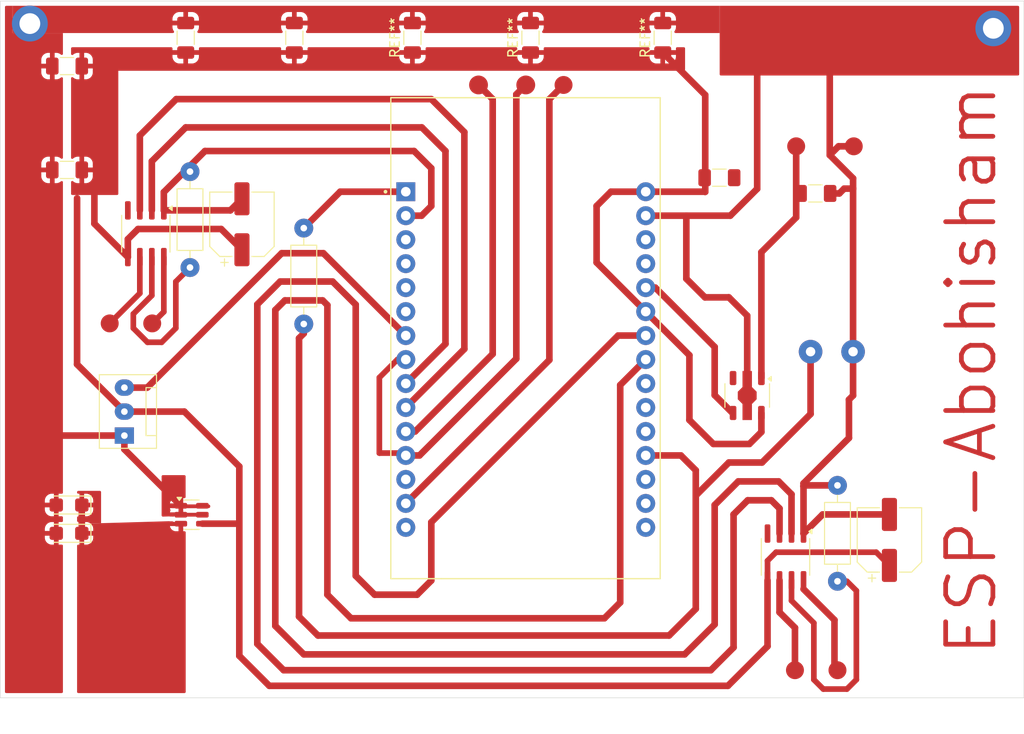
<source format=kicad_pcb>
(kicad_pcb (version 20241229) (generator "pcbnew") (generator_version "9.0")
  (layers (0 "F.Cu" signal) (2 "B.Cu" signal) (13 "F.Paste" user) (15 "B.Paste" user) (5 "F.SilkS" user "F.Silkscreen") (7 "B.SilkS" user "B.Silkscreen") (1 "F.Mask" user) (3 "B.Mask" user) (25 "Edge.Cuts" user))
  (net 0 "")
  (net 1 "+5V")
  (net 2 "Net-(U1-3V3)")
  (net 3 "Net-(U1-D34)")
  (net 4 "GND")
  (net 6 "unconnected-(U1-D18-Pad9)")
  (net 7 "unconnected-(U1-D15-Pad3)")
  (net 8 "unconnected-(U1-D22-Pad14)")
  (net 9 "unconnected-(U1-D19-Pad10)")
  (net 12 "unconnected-(U1-D21-Pad11)")
  (net 13 "unconnected-(U1-D25-Pad23)")
  (net 16 "unconnected-(U1-D5-Pad8)")
  (net 21 "unconnected-(U1-D26-Pad24)")
  (net 25 "unconnected-(U1-D14-Pad26)")
  (net 26 "unconnected-(U1-TX2-Pad7)")
  (net 27 "g")
  (footprint "Resistor_THT:R_Axial_DIN0207_L6.3mm_D2.5mm_P10.16mm_Horizontal" (layer "F.Cu") (at 139.5 104.08 90)
    (property "Reference" "REF**" (hide yes))
    (property "Value" "R_Axial_DIN0207_L6.3mm_D2.5mm_P10.16mm_Horizontal" (hide yes))
    (fp_line (start 9.12 0) (end 8.35 0) (stroke (width 0.12)) (layer "F.SilkS"))
    (fp_line (start 1.04 0) (end 1.81 0) (stroke (width 0.12)) (layer "F.SilkS"))
    (fp_rect (start 1.81 -1.37) (end 8.35 1.37) (stroke (width 0.12)) (fill no) (layer "F.SilkS"))
    (pad "1" thru_hole circle (at 0 0 90) (size 2 2) (drill 0.7) (layers "*.Cu" "*.Mask"))
    (pad "2" thru_hole circle (at 10.16 0 90) (size 2 2) (drill 0.7) (layers "*.Cu" "*.Mask") (net 4 "GND"))
  )
  (footprint "Capacitor_SMD:C_1206_3216Metric_Pad1.33x1.80mm_HandSolder" (layer "F.Cu") (at 57.9375 49.5 180)
    (property "Reference" "REF**" (hide yes))
    (property "Value" "C_1206_3216Metric_Pad1.33x1.80mm_HandSolder" (hide yes))
    (fp_line (start -0.711252 0.91) (end 0.711252 0.91) (stroke (width 0.12)) (layer "F.SilkS"))
    (fp_line (start -0.711252 -0.91) (end 0.711252 -0.91) (stroke (width 0.12)) (layer "F.SilkS"))
    (pad "1" smd roundrect (at -1.5625 0 180) (size 1.325 1.8) (layers "F.Cu" "F.Mask" "F.Paste") (roundrect_rratio 0.188679) (net 27 "g"))
    (pad "2" smd roundrect (at 1.5625 0 180) (size 1.325 1.8) (layers "F.Cu" "F.Mask" "F.Paste") (roundrect_rratio 0.188679) (net 4 "GND"))
  )
  (footprint "Package_SO:SOIC-8_3.9x4.9mm_P1.27mm" (layer "F.Cu") (at 66.279 67.261 -90)
    (property "Reference" "REF**" (hide yes))
    (property "Value" "SOIC-8_3.9x4.9mm_P1.27mm" (hide yes))
    (fp_line (start 0 2.56) (end -1.95 2.56) (stroke (width 0.12)) (layer "F.SilkS"))
    (fp_line (start 0 2.56) (end 1.95 2.56) (stroke (width 0.12)) (layer "F.SilkS"))
    (fp_line (start 0 -2.56) (end -1.95 -2.56) (stroke (width 0.12)) (layer "F.SilkS"))
    (fp_line (start 0 -2.56) (end 1.95 -2.56) (stroke (width 0.12)) (layer "F.SilkS"))
    (fp_poly (pts (xy -2.7 -2.465) (xy -2.94 -2.795) (xy -2.46 -2.795)) (stroke (width 0.12)) (fill yes) (layer "F.SilkS"))
    (pad "1" smd roundrect (at -2.475 -1.905 270) (size 1.95 0.6) (layers "F.Cu" "F.Mask" "F.Paste") (net 4 "GND"))
    (pad "2" smd roundrect (at -2.475 -0.635 270) (size 1.95 0.6) (layers "F.Cu" "F.Mask" "F.Paste") (net 6 "unconnected-(U1-D18-Pad9)"))
    (pad "3" smd roundrect (at -2.475 0.635 270) (size 1.95 0.6) (layers "F.Cu" "F.Mask" "F.Paste") (net 9 "unconnected-(U1-D19-Pad10)"))
    (pad "4" smd roundrect (at -2.475 1.905 270) (size 1.95 0.6) (layers "F.Cu" "F.Mask" "F.Paste"))
    (pad "5" smd roundrect (at 2.475 1.905 270) (size 1.95 0.6) (layers "F.Cu" "F.Mask" "F.Paste") (net 27 "g"))
    (pad "6" smd roundrect (at 2.475 0.635 270) (size 1.95 0.6) (layers "F.Cu" "F.Mask" "F.Paste"))
    (pad "7" smd roundrect (at 2.475 -0.635 270) (size 1.95 0.6) (layers "F.Cu" "F.Mask" "F.Paste"))
    (pad "8" smd roundrect (at 2.475 -1.905 270) (size 1.95 0.6) (layers "F.Cu" "F.Mask" "F.Paste"))
  )
  (footprint "Capacitor_SMD:C_1206_3216Metric_Pad1.33x1.80mm_HandSolder" (layer "F.Cu") (at 82 46.5 90)
    (property "Reference" "REF**" (hide yes))
    (property "Value" "C_1206_3216Metric_Pad1.33x1.80mm_HandSolder" (hide yes))
    (fp_line (start -0.711252 -0.91) (end 0.711252 -0.91) (stroke (width 0.12)) (layer "F.SilkS"))
    (fp_line (start -0.711252 0.91) (end 0.711252 0.91) (stroke (width 0.12)) (layer "F.SilkS"))
    (pad "1" smd roundrect (at -1.5625 0 90) (size 1.325 1.8) (layers "F.Cu" "F.Mask" "F.Paste") (roundrect_rratio 0.188679) (net 27 "g"))
    (pad "2" smd roundrect (at 1.5625 0 90) (size 1.325 1.8) (layers "F.Cu" "F.Mask" "F.Paste") (roundrect_rratio 0.188679) (net 4 "GND"))
  )
  (footprint "Capacitor_SMD:C_1206_3216Metric_Pad1.33x1.80mm_HandSolder" (layer "F.Cu") (at 121 46.5 90)
    (property "Reference" "REF**" (at 0 -1.85 90) (layer "F.SilkS"))
    (property "Value" "C_1206_3216Metric_Pad1.33x1.80mm_HandSolder" (hide yes))
    (fp_line (start -0.711252 -0.91) (end 0.711252 -0.91) (stroke (width 0.12)) (layer "F.SilkS"))
    (fp_line (start -0.711252 0.91) (end 0.711252 0.91) (stroke (width 0.12)) (layer "F.SilkS"))
    (pad "1" smd roundrect (at -1.5625 0 90) (size 1.325 1.8) (layers "F.Cu" "F.Mask" "F.Paste") (roundrect_rratio 0.188679) (net 27 "g"))
    (pad "2" smd roundrect (at 1.5625 0 90) (size 1.325 1.8) (layers "F.Cu" "F.Mask" "F.Paste") (roundrect_rratio 0.188679) (net 4 "GND"))
  )
  (footprint "Capacitor_Tantalum_SMD:CP_EIA-3216-12_Kemet-S" (layer "F.Cu") (at 58.1475 96 180)
    (property "Reference" "REF**" (hide yes))
    (property "Value" "CP_EIA-3216-12_Kemet-S" (hide yes))
    (fp_line (start 1.6 -0.955) (end -2.32 -0.955) (stroke (width 0.12)) (layer "F.SilkS"))
    (fp_line (start -2.32 0.955) (end 1.6 0.955) (stroke (width 0.12)) (layer "F.SilkS"))
    (fp_line (start -2.32 -0.955) (end -2.32 0.955) (stroke (width 0.12)) (layer "F.SilkS"))
    (pad "1" smd roundrect (at -1.3525 0 180) (size 1.415 1.39) (layers "F.Cu" "F.Mask" "F.Paste") (roundrect_rratio 0.179856) (net 1 "+5V"))
    (pad "2" smd roundrect (at 1.3525 0 180) (size 1.415 1.39) (layers "F.Cu" "F.Mask" "F.Paste") (roundrect_rratio 0.179856) (net 4 "GND"))
  )
  (footprint "Resistor_THT:R_Axial_DIN0207_L6.3mm_D2.5mm_P10.16mm_Horizontal" (layer "F.Cu") (at 83 76.825 90)
    (property "Reference" "REF**" (hide yes))
    (property "Value" "R_Axial_DIN0207_L6.3mm_D2.5mm_P10.16mm_Horizontal" (hide yes))
    (fp_line (start 9.12 0) (end 8.35 0) (stroke (width 0.12)) (layer "F.SilkS"))
    (fp_line (start 1.04 0) (end 1.81 0) (stroke (width 0.12)) (layer "F.SilkS"))
    (fp_rect (start 1.81 -1.37) (end 8.35 1.37) (stroke (width 0.12)) (fill no) (layer "F.SilkS"))
    (pad "1" thru_hole circle (at 0 0 90) (size 2 2) (drill 0.7) (layers "*.Cu" "*.Mask") (net 3 "Net-(U1-D34)"))
    (pad "2" thru_hole circle (at 10.16 0 90) (size 2 2) (drill 0.7) (layers "*.Cu" "*.Mask") (net 2 "Net-(U1-3V3)"))
  )
  (footprint "Capacitor_SMD:C_1206_3216Metric_Pad1.33x1.80mm_HandSolder" (layer "F.Cu") (at 127 61.325)
    (property "Reference" "REF**" (hide yes))
    (property "Value" "C_1206_3216Metric_Pad1.33x1.80mm_HandSolder" (hide yes))
    (fp_line (start -0.711252 -0.91) (end 0.711252 -0.91) (stroke (width 0.12)) (layer "F.SilkS"))
    (fp_line (start -0.711252 0.91) (end 0.711252 0.91) (stroke (width 0.12)) (layer "F.SilkS"))
    (pad "1" smd roundrect (at -1.5625 0) (size 1.325 1.8) (layers "F.Cu" "F.Mask" "F.Paste") (roundrect_rratio 0.188679) (net 27 "g"))
    (pad "2" smd roundrect (at 1.5625 0) (size 1.325 1.8) (layers "F.Cu" "F.Mask" "F.Paste") (roundrect_rratio 0.188679))
  )
  (footprint "MountingHole:MountingHole_2.2mm_M2_DIN965_Pad" (layer "F.Cu") (at 54 45)
    (property "Reference" "REF**" (hide yes))
    (property "Value" "MountingHole_2.2mm_M2_DIN965_Pad" (hide yes))
    (pad "1" thru_hole circle (at 0 0) (size 3.8 3.8) (drill 2.2) (layers "*.Cu" "*.Mask") (net 4 "GND"))
  )
  (footprint "Capacitor_SMD:C_1206_3216Metric_Pad1.33x1.80mm_HandSolder" (layer "F.Cu") (at 94.5 46.5 90)
    (property "Reference" "REF**" (at 0 -1.85 90) (layer "F.SilkS"))
    (property "Value" "C_1206_3216Metric_Pad1.33x1.80mm_HandSolder" (hide yes))
    (fp_line (start -0.711252 -0.91) (end 0.711252 -0.91) (stroke (width 0.12)) (layer "F.SilkS"))
    (fp_line (start -0.711252 0.91) (end 0.711252 0.91) (stroke (width 0.12)) (layer "F.SilkS"))
    (pad "1" smd roundrect (at -1.5625 0 90) (size 1.325 1.8) (layers "F.Cu" "F.Mask" "F.Paste") (roundrect_rratio 0.188679) (net 27 "g"))
    (pad "2" smd roundrect (at 1.5625 0 90) (size 1.325 1.8) (layers "F.Cu" "F.Mask" "F.Paste") (roundrect_rratio 0.188679) (net 4 "GND"))
  )
  (footprint "MY_Library:Thermistor" (layer "F.Cu") (at 71.954 83.261 90)
    (property "Reference" "REF**" (hide yes))
    (property "Value" "Motor 2")
    (pad "1" smd custom (at 6.5 -9.5 90) (size 1.905 1.905) (layers "F.Cu" "F.Mask" "F.Paste") (options (clearance outline) (anchor circle)) (primitives))
    (pad "2" smd custom (at 6.5 -5 90) (size 1.905 1.905) (layers "F.Cu" "F.Mask" "F.Paste") (options (clearance outline) (anchor circle)) (primitives))
  )
  (footprint "Package_SO:SOIC-8_3.9x4.9mm_P1.27mm" (layer "F.Cu") (at 134 101.5 -90)
    (property "Reference" "REF**" (hide yes))
    (property "Value" "SOIC-8_3.9x4.9mm_P1.27mm" (hide yes))
    (fp_line (start 0 2.56) (end -1.95 2.56) (stroke (width 0.12)) (layer "F.SilkS"))
    (fp_line (start 0 2.56) (end 1.95 2.56) (stroke (width 0.12)) (layer "F.SilkS"))
    (fp_line (start 0 -2.56) (end -1.95 -2.56) (stroke (width 0.12)) (layer "F.SilkS"))
    (fp_line (start 0 -2.56) (end 1.95 -2.56) (stroke (width 0.12)) (layer "F.SilkS"))
    (fp_poly (pts (xy -2.7 -2.465) (xy -2.94 -2.795) (xy -2.46 -2.795)) (stroke (width 0.12)) (fill yes) (layer "F.SilkS"))
    (pad "1" smd roundrect (at -2.475 -1.905 270) (size 1.95 0.6) (layers "F.Cu" "F.Mask" "F.Paste") (net 4 "GND"))
    (pad "2" smd roundrect (at -2.475 -0.635 270) (size 1.95 0.6) (layers "F.Cu" "F.Mask" "F.Paste") (net 13 "unconnected-(U1-D25-Pad23)"))
    (pad "3" smd roundrect (at -2.475 0.635 270) (size 1.95 0.6) (layers "F.Cu" "F.Mask" "F.Paste") (net 21 "unconnected-(U1-D26-Pad24)"))
    (pad "4" smd roundrect (at -2.475 1.905 270) (size 1.95 0.6) (layers "F.Cu" "F.Mask" "F.Paste"))
    (pad "5" smd roundrect (at 2.475 1.905 270) (size 1.95 0.6) (layers "F.Cu" "F.Mask" "F.Paste") (net 27 "g"))
    (pad "6" smd roundrect (at 2.475 0.635 270) (size 1.95 0.6) (layers "F.Cu" "F.Mask" "F.Paste"))
    (pad "7" smd roundrect (at 2.475 -0.635 270) (size 1.95 0.6) (layers "F.Cu" "F.Mask" "F.Paste"))
    (pad "8" smd roundrect (at 2.475 -1.905 270) (size 1.95 0.6) (layers "F.Cu" "F.Mask" "F.Paste"))
  )
  (footprint "MountingHole:MountingHole_2.2mm_M2_DIN965_Pad" (layer "F.Cu") (at 156 45.5)
    (property "Reference" "REF**" (hide yes))
    (property "Value" "MountingHole_2.2mm_M2_DIN965_Pad" (hide yes))
    (pad "1" thru_hole circle (at 0 0) (size 3.8 3.8) (drill 2.2) (layers "*.Cu" "*.Mask") (net 4 "GND"))
  )
  (footprint "Capacitor_SMD:C_1206_3216Metric_Pad1.33x1.80mm_HandSolder" (layer "F.Cu") (at 70.5 46.5 90)
    (property "Reference" "REF**" (hide yes))
    (property "Value" "C_1206_3216Metric_Pad1.33x1.80mm_HandSolder" (hide yes))
    (fp_line (start -0.711252 -0.91) (end 0.711252 -0.91) (stroke (width 0.12)) (layer "F.SilkS"))
    (fp_line (start -0.711252 0.91) (end 0.711252 0.91) (stroke (width 0.12)) (layer "F.SilkS"))
    (pad "1" smd roundrect (at -1.5625 0 90) (size 1.325 1.8) (layers "F.Cu" "F.Mask" "F.Paste") (roundrect_rratio 0.188679) (net 27 "g"))
    (pad "2" smd roundrect (at 1.5625 0 90) (size 1.325 1.8) (layers "F.Cu" "F.Mask" "F.Paste") (roundrect_rratio 0.188679) (net 4 "GND"))
  )
  (footprint "" (layer "F.Cu") (at 101.5 51.5)
    (property "Reference" "" (at 0 0 0) (layer "F.SilkS") (effects (font (size 1.27 1.27))))
    (property "Value" "")
    (pad "1" smd custom (at 0 0) (size 2 2) (layers "F.Cu" "F.Mask" "F.Paste") (net 12 "unconnected-(U1-D21-Pad11)") (options (clearance outline) (anchor circle)) (primitives))
  )
  (footprint "MY_Library:Thermistor" (layer "F.Cu") (at 131.652 73.256 -90)
    (property "Reference" "TH1" (hide yes))
    (property "Value" "Thermistor")
    (pad "1" thru_hole custom (at 6.5 -9.5 270) (size 2.5 2.5) (drill 1) (layers "*.Cu" "*.Mask") (net 4 "GND") (options (clearance outline) (anchor circle)) (primitives))
    (pad "2" thru_hole custom (at 6.5 -5 270) (size 2.5 2.5) (drill 1) (layers "*.Cu" "*.Mask") (net 3 "Net-(U1-D34)") (options (clearance outline) (anchor circle)) (primitives))
  )
  (footprint "Connector:FanPinHeader_1x03_P2.54mm_Vertical" (layer "F.Cu") (at 64.008 88.646 90)
    (property "Reference" "M2" (hide yes))
    (property "Value" "Fan_3pin")
    (fp_line (start 6.45 -2.65) (end 6.45 3.4) (stroke (width 0.12)) (layer "F.SilkS"))
    (fp_line (start -1.35 -2.65) (end 6.45 -2.65) (stroke (width 0.12)) (layer "F.SilkS"))
    (fp_line (start 5.08 2.29) (end 5.08 3.3) (stroke (width 0.12)) (layer "F.SilkS"))
    (fp_line (start 0 2.29) (end 5.08 2.29) (stroke (width 0.12)) (layer "F.SilkS"))
    (fp_line (start 0 3.3) (end 0 2.29) (stroke (width 0.12)) (layer "F.SilkS"))
    (fp_line (start 6.45 3.4) (end -1.35 3.4) (stroke (width 0.12)) (layer "F.SilkS"))
    (fp_line (start -1.35 3.4) (end -1.35 -2.65) (stroke (width 0.12)) (layer "F.SilkS"))
    (pad "1" thru_hole rect (at 0 0 180) (size 2.03 1.73) (drill 0.7) (layers "*.Cu" "*.Mask") (net 4 "GND"))
    (pad "2" thru_hole oval (at 2.54 0 180) (size 2.03 1.73) (drill 0.7) (layers "*.Cu" "*.Mask") (net 27 "g"))
    (pad "3" thru_hole oval (at 5.08 0 180) (size 2.03 1.73) (drill 0.7) (layers "*.Cu" "*.Mask") (net 26 "unconnected-(U1-TX2-Pad7)"))
  )
  (footprint "Capacitor_SMD:C_1206_3216Metric_Pad1.33x1.80mm_HandSolder" (layer "F.Cu") (at 137.16 62.992 180)
    (property "Reference" "REF**" (hide yes))
    (property "Value" "C_1206_3216Metric_Pad1.33x1.80mm_HandSolder" (hide yes))
    (fp_line (start -0.711252 0.91) (end 0.711252 0.91) (stroke (width 0.12)) (layer "F.SilkS"))
    (fp_line (start -0.711252 -0.91) (end 0.711252 -0.91) (stroke (width 0.12)) (layer "F.SilkS"))
    (pad "1" smd roundrect (at -1.5625 0 180) (size 1.325 1.8) (layers "F.Cu" "F.Mask" "F.Paste") (roundrect_rratio 0.188679) (net 4 "GND"))
    (pad "2" smd roundrect (at 1.5625 0 180) (size 1.325 1.8) (layers "F.Cu" "F.Mask" "F.Paste") (roundrect_rratio 0.188679))
  )
  (footprint "" (layer "F.Cu") (at 110.5 51.5)
    (property "Reference" "" (at 0 0 0) (layer "F.SilkS") (effects (font (size 1.27 1.27))))
    (property "Value" "")
    (pad "1" smd custom (at 0 0) (size 1.905 1.905) (layers "F.Cu" "F.Mask" "F.Paste") (net 8 "unconnected-(U1-D22-Pad14)") (options (clearance outline) (anchor circle)) (primitives))
  )
  (footprint "" (layer "F.Cu") (at 141.224 58)
    (property "Reference" "" (at 0 0 0) (layer "F.SilkS") (effects (font (size 1.27 1.27))))
    (property "Value" "")
    (pad "e" smd custom (at 0 0) (size 1.905 1.905) (layers "F.Cu" "F.Mask" "F.Paste") (net 4 "GND") (options (clearance outline) (anchor circle)) (primitives))
  )
  (footprint "Package_TO_SOT_SMD:SOT-23-6" (layer "F.Cu") (at 71.1255 97.028)
    (property "Reference" "REF**" (hide yes))
    (property "Value" "SOT-23-6" (hide yes))
    (fp_line (start 0 -1.56) (end -0.8 -1.56) (stroke (width 0.12)) (layer "F.SilkS"))
    (fp_line (start 0 -1.56) (end 0.8 -1.56) (stroke (width 0.12)) (layer "F.SilkS"))
    (fp_line (start 0 1.56) (end -0.8 1.56) (stroke (width 0.12)) (layer "F.SilkS"))
    (fp_line (start 0 1.56) (end 0.8 1.56) (stroke (width 0.12)) (layer "F.SilkS"))
    (fp_poly (pts (xy -1.3 -1.51) (xy -1.54 -1.84) (xy -1.06 -1.84)) (stroke (width 0.12)) (fill yes) (layer "F.SilkS"))
    (pad "1" smd roundrect (at -1.1375 -0.95) (size 1.325 0.6) (layers "F.Cu" "F.Mask" "F.Paste") (net 4 "GND"))
    (pad "2" smd roundrect (at -1.1375 0) (size 1.325 0.6) (layers "F.Cu" "F.Mask" "F.Paste") (net 4 "GND"))
    (pad "3" smd roundrect (at -1.1375 0.95) (size 1.325 0.6) (layers "F.Cu" "F.Mask" "F.Paste") (net 1 "+5V"))
    (pad "4" smd roundrect (at 1.1375 0.95) (size 1.325 0.6) (layers "F.Cu" "F.Mask" "F.Paste") (net 27 "g"))
    (pad "5" smd roundrect (at 1.1375 0) (size 1.325 0.6) (layers "F.Cu" "F.Mask" "F.Paste") (net 4 "GND"))
    (pad "6" smd roundrect (at 1.1375 -0.95) (size 1.325 0.6) (layers "F.Cu" "F.Mask" "F.Paste") (net 4 "GND"))
  )
  (footprint "MY_Library:MODULE_ESP32_DEVKIT_V1" (layer "F.Cu") (at 106.5 78.325)
    (property "Reference" "U1" (hide yes))
    (property "Value" "ESP32-DEVKIT-V1")
    (fp_line (start -14.28 -25.475) (end -3.211 -25.475) (stroke (width 0.127)) (layer "F.SilkS"))
    (fp_line (start -14.28 -25.475) (end 14.23 -25.475) (stroke (width 0.127)) (layer "F.SilkS"))
    (fp_line (start -14.28 25.475) (end -14.28 -25.475) (stroke (width 0.127)) (layer "F.SilkS"))
    (fp_line (start -14.28 25.475) (end -14.28 -25.475) (stroke (width 0.127)) (layer "F.SilkS"))
    (fp_line (start -14.28 25.475) (end -8.91 25.475) (stroke (width 0.127)) (layer "F.SilkS"))
    (fp_line (start -8.91 25.475) (end 8.78 25.475) (stroke (width 0.127)) (layer "F.SilkS"))
    (fp_line (start -3.211 -25.475) (end 3.5 -25.475) (stroke (width 0.127)) (layer "F.SilkS"))
    (fp_line (start 3.5 -25.475) (end 14.23 -25.475) (stroke (width 0.127)) (layer "F.SilkS"))
    (fp_line (start 8.78 25.475) (end 14.23 25.475) (stroke (width 0.127)) (layer "F.SilkS"))
    (fp_line (start 14.23 -25.475) (end 14.23 25.475) (stroke (width 0.127)) (layer "F.SilkS"))
    (fp_line (start 14.23 -25.475) (end 14.23 25.475) (stroke (width 0.127)) (layer "F.SilkS"))
    (fp_line (start 14.23 25.475) (end -14.28 25.475) (stroke (width 0.127)) (layer "F.SilkS"))
    (fp_circle (center -14.85 -15.515) (end -14.75 -15.515) (stroke (width 0.2)) (fill no) (layer "F.SilkS"))
    (pad "" np_thru_hole circle (at -12.28 -23.475) (size 0.3 0.3) (drill 0.3) (layers "*.Cu" "*.Mask"))
    (pad "" np_thru_hole circle (at -12.28 23.475) (size 0.3 0.3) (drill 0.3) (layers "*.Cu" "*.Mask"))
    (pad "" np_thru_hole circle (at 12.23 -23.475) (size 0.3 0.3) (drill 0.3) (layers "*.Cu" "*.Mask"))
    (pad "" np_thru_hole circle (at 12.23 23.475) (size 0.3 0.3) (drill 0.3) (layers "*.Cu" "*.Mask"))
    (pad "1" thru_hole rect (at -12.7 -15.515) (size 2 2) (drill 1.02) (layers "*.Cu" "*.Mask") (net 2 "Net-(U1-3V3)"))
    (pad "2" thru_hole circle (at -12.7 -12.975) (size 2 2) (drill 1.02) (layers "*.Cu" "*.Mask") (net 4 "GND"))
    (pad "3" thru_hole circle (at -12.7 -10.435) (size 2 2) (drill 1.02) (layers "*.Cu" "*.Mask"))
    (pad "4" thru_hole circle (at -12.7 -7.895) (size 2 2) (drill 1.02) (layers "*.Cu" "*.Mask"))
    (pad "5" thru_hole circle (at -12.7 -5.355) (size 2 2) (drill 1.02) (layers "*.Cu" "*.Mask"))
    (pad "6" thru_hole circle (at -12.7 -2.815) (size 2 2) (drill 1.02) (layers "*.Cu" "*.Mask"))
    (pad "7" thru_hole circle (at -12.7 -0.275) (size 2 2) (drill 1.02) (layers "*.Cu" "*.Mask") (net 26 "unconnected-(U1-TX2-Pad7)"))
    (pad "8" thru_hole circle (at -12.7 2.265) (size 2 2) (drill 1.02) (layers "*.Cu" "*.Mask") (net 16 "unconnected-(U1-D5-Pad8)"))
    (pad "9" thru_hole circle (at -12.7 4.805) (size 2 2) (drill 1.02) (layers "*.Cu" "*.Mask") (net 6 "unconnected-(U1-D18-Pad9)"))
    (pad "10" thru_hole circle (at -12.7 7.345) (size 2 2) (drill 1.02) (layers "*.Cu" "*.Mask") (net 9 "unconnected-(U1-D19-Pad10)"))
    (pad "11" thru_hole circle (at -12.7 9.885) (size 2 2) (drill 1.02) (layers "*.Cu" "*.Mask") (net 12 "unconnected-(U1-D21-Pad11)"))
    (pad "12" thru_hole circle (at -12.7 12.425) (size 2 2) (drill 1.02) (layers "*.Cu" "*.Mask") (net 16 "unconnected-(U1-D5-Pad8)"))
    (pad "13" thru_hole circle (at -12.7 14.965) (size 2 2) (drill 1.02) (layers "*.Cu" "*.Mask"))
    (pad "14" thru_hole circle (at -12.7 17.505) (size 2 2) (drill 1.02) (layers "*.Cu" "*.Mask") (net 8 "unconnected-(U1-D22-Pad14)"))
    (pad "15" thru_hole circle (at -12.7 20.045) (size 2 2) (drill 1.02) (layers "*.Cu" "*.Mask"))
    (pad "16" thru_hole circle (at 12.7 20.045) (size 2 2) (drill 1.02) (layers "*.Cu" "*.Mask"))
    (pad "17" thru_hole circle (at 12.7 17.505) (size 2 2) (drill 1.02) (layers "*.Cu" "*.Mask"))
    (pad "18" thru_hole circle (at 12.7 14.965) (size 2 2) (drill 1.02) (layers "*.Cu" "*.Mask"))
    (pad "19" thru_hole circle (at 12.7 12.425) (size 2 2) (drill 1.02) (layers "*.Cu" "*.Mask") (net 3 "Net-(U1-D34)"))
    (pad "20" thru_hole circle (at 12.7 9.885) (size 2 2) (drill 1.02) (layers "*.Cu" "*.Mask"))
    (pad "21" thru_hole circle (at 12.7 7.345) (size 2 2) (drill 1.02) (layers "*.Cu" "*.Mask"))
    (pad "22" thru_hole circle (at 12.7 4.805) (size 2 2) (drill 1.02) (layers "*.Cu" "*.Mask"))
    (pad "23" thru_hole circle (at 12.7 2.265) (size 2 2) (drill 1.02) (layers "*.Cu" "*.Mask") (net 13 "unconnected-(U1-D25-Pad23)"))
    (pad "24" thru_hole circle (at 12.7 -0.275) (size 2 2) (drill 1.02) (layers "*.Cu" "*.Mask") (net 21 "unconnected-(U1-D26-Pad24)"))
    (pad "25" thru_hole circle (at 12.7 -2.815) (size 2 2) (drill 1.02) (layers "*.Cu" "*.Mask") (net 27 "g"))
    (pad "26" thru_hole circle (at 12.7 -5.355) (size 2 2) (drill 1.02) (layers "*.Cu" "*.Mask") (net 25 "unconnected-(U1-D14-Pad26)"))
    (pad "27" thru_hole circle (at 12.7 -7.895) (size 2 2) (drill 1.02) (layers "*.Cu" "*.Mask"))
    (pad "28" thru_hole circle (at 12.7 -10.435) (size 2 2) (drill 1.02) (layers "*.Cu" "*.Mask"))
    (pad "29" thru_hole circle (at 12.7 -12.975) (size 2 2) (drill 1.02) (layers "*.Cu" "*.Mask") (net 4 "GND"))
    (pad "30" thru_hole circle (at 12.7 -15.515) (size 2 2) (drill 1.02) (layers "*.Cu" "*.Mask") (net 27 "g"))
    (zone (net 0) (net_name "") (layer "F.Cu") (connect_pads (clearance 0)) (min_thickness 0.01)
      (keepout (tracks not_allowed) (vias not_allowed) (pads not_allowed) (copperpour not_allowed) (footprints allowed))
      (fill (thermal_gap 0.508) (thermal_bridge_width 0.508))
      (polygon (pts (xy 97.59 97.31) (xy 115.28 97.31) (xy 115.28 103.8) (xy 97.59 103.8)))
    )
  )
  (footprint "Package_TO_SOT_SMD:SOT-89-5" (layer "F.Cu") (at 129.945 84.4 -90)
    (property "Reference" "REF**" (hide yes))
    (property "Value" "SOT-89-5" (hide yes))
    (fp_line (start 1.25 2.36) (end -1.25 2.36) (stroke (width 0.12)) (layer "F.SilkS"))
    (fp_line (start -1.25 -2.36) (end 1.25 -2.36) (stroke (width 0.12)) (layer "F.SilkS"))
    (fp_poly (pts (xy -1.77 -2.21) (xy -2.01 -2.54) (xy -1.53 -2.54) (xy -1.77 -2.21)) (stroke (width 0.12)) (fill yes) (layer "F.SilkS"))
    (pad "1" smd roundrect (at -1.85 -1.5 270) (size 1.5 0.7) (layers "F.Cu" "F.Mask" "F.Paste"))
    (pad "2" smd custom (at 0 0 270) (size 0.8 2) (layers "F.Cu" "F.Mask" "F.Paste") (net 4 "GND") (options (clearance outline) (anchor rect)) (primitives (gr_poly (pts (xy 0.9 -0.5) (xy 2.6 -0.5) (xy 2.6 0.5) (xy 0.9 0.5) (xy 0.4 1) (xy -0.4 1) (xy -0.9 0.5) (xy -2.6 0.5) (xy -2.6 -0.5) (xy -0.9 -0.5) (xy -0.4 -1) (xy 0.4 -1)) (width 0) (fill yes))))
    (pad "3" smd roundrect (at -1.85 1.5 270) (size 1.5 0.7) (layers "F.Cu" "F.Mask" "F.Paste"))
    (pad "4" smd roundrect (at 1.85 1.5 270) (size 1.5 0.7) (layers "F.Cu" "F.Mask" "F.Paste") (net 25 "unconnected-(U1-D14-Pad26)"))
    (pad "5" smd roundrect (at 1.85 -1.5 270) (size 1.5 0.7) (layers "F.Cu" "F.Mask" "F.Paste") (net 27 "g"))
  )
  (footprint "" (layer "F.Cu") (at 106.5 51.5)
    (property "Reference" "" (at 0 0 0) (layer "F.SilkS") (effects (font (size 1.27 1.27))))
    (property "Value" "")
    (pad "1" smd custom (at 0 0) (size 2 2) (layers "F.Cu" "F.Mask" "F.Paste") (net 16 "unconnected-(U1-D5-Pad8)") (options (clearance outline) (anchor circle)) (primitives))
  )
  (footprint "Capacitor_SMD:C_1206_3216Metric_Pad1.33x1.80mm_HandSolder" (layer "F.Cu") (at 107 46.5 90)
    (property "Reference" "REF**" (at 0 -1.85 90) (layer "F.SilkS"))
    (property "Value" "C_1206_3216Metric_Pad1.33x1.80mm_HandSolder" (hide yes))
    (fp_line (start -0.711252 -0.91) (end 0.711252 -0.91) (stroke (width 0.12)) (layer "F.SilkS"))
    (fp_line (start -0.711252 0.91) (end 0.711252 0.91) (stroke (width 0.12)) (layer "F.SilkS"))
    (pad "1" smd roundrect (at -1.5625 0 90) (size 1.325 1.8) (layers "F.Cu" "F.Mask" "F.Paste") (roundrect_rratio 0.188679) (net 27 "g"))
    (pad "2" smd roundrect (at 1.5625 0 90) (size 1.325 1.8) (layers "F.Cu" "F.Mask" "F.Paste") (roundrect_rratio 0.188679) (net 4 "GND"))
  )
  (footprint "Capacitor_Tantalum_SMD:CP_EIA-3216-12_Kemet-S" (layer "F.Cu") (at 58.1475 99 180)
    (property "Reference" "REF**" (hide yes))
    (property "Value" "CP_EIA-3216-12_Kemet-S" (hide yes))
    (fp_line (start 1.6 -0.955) (end -2.32 -0.955) (stroke (width 0.12)) (layer "F.SilkS"))
    (fp_line (start -2.32 0.955) (end 1.6 0.955) (stroke (width 0.12)) (layer "F.SilkS"))
    (fp_line (start -2.32 -0.955) (end -2.32 0.955) (stroke (width 0.12)) (layer "F.SilkS"))
    (pad "1" smd roundrect (at -1.3525 0 180) (size 1.415 1.39) (layers "F.Cu" "F.Mask" "F.Paste") (roundrect_rratio 0.179856) (net 1 "+5V"))
    (pad "2" smd roundrect (at 1.3525 0 180) (size 1.415 1.39) (layers "F.Cu" "F.Mask" "F.Paste") (roundrect_rratio 0.179856) (net 4 "GND"))
  )
  (footprint "Capacitor_SMD:CP_Elec_6.3x7.7" (layer "F.Cu") (at 145 99.7 90)
    (property "Reference" "REF**" (hide yes))
    (property "Value" "CP_Elec_6.3x7.7" (hide yes))
    (fp_line (start 3.41 -3.41) (end 3.41 -1.06) (stroke (width 0.12)) (layer "F.SilkS"))
    (fp_line (start -2.345563 -3.41) (end 3.41 -3.41) (stroke (width 0.12)) (layer "F.SilkS"))
    (fp_line (start -3.41 -2.345563) (end -2.345563 -3.41) (stroke (width 0.12)) (layer "F.SilkS"))
    (fp_line (start -3.41 -2.345563) (end -3.41 -1.06) (stroke (width 0.12)) (layer "F.SilkS"))
    (fp_line (start -4.04375 -2.24125) (end -4.04375 -1.45375) (stroke (width 0.12)) (layer "F.SilkS"))
    (fp_line (start -4.4375 -1.8475) (end -3.65 -1.8475) (stroke (width 0.12)) (layer "F.SilkS"))
    (fp_line (start -3.41 2.345563) (end -3.41 1.06) (stroke (width 0.12)) (layer "F.SilkS"))
    (fp_line (start -3.41 2.345563) (end -2.345563 3.41) (stroke (width 0.12)) (layer "F.SilkS"))
    (fp_line (start 3.41 3.41) (end 3.41 1.06) (stroke (width 0.12)) (layer "F.SilkS"))
    (fp_line (start -2.345563 3.41) (end 3.41 3.41) (stroke (width 0.12)) (layer "F.SilkS"))
    (pad "1" smd roundrect (at -2.7 0 90) (size 3.5 1.6) (layers "F.Cu" "F.Mask" "F.Paste") (roundrect_rratio 0.15625) (net 27 "g"))
    (pad "2" smd roundrect (at 2.7 0 90) (size 3.5 1.6) (layers "F.Cu" "F.Mask" "F.Paste") (roundrect_rratio 0.15625) (net 4 "GND"))
  )
  (footprint "MY_Library:Thermistor" (layer "F.Cu") (at 144.5 120 90)
    (property "Reference" "REF**" (hide yes))
    (property "Value" "Motor 1")
    (pad "1" smd custom (at 6.5 -9.5 90) (size 1.905 1.905) (layers "F.Cu" "F.Mask" "F.Paste") (options (clearance outline) (anchor circle)) (primitives))
    (pad "2" smd custom (at 6.5 -5 90) (size 1.905 1.905) (layers "F.Cu" "F.Mask" "F.Paste") (options (clearance outline) (anchor circle)) (primitives))
  )
  (footprint "Resistor_THT:R_Axial_DIN0207_L6.3mm_D2.5mm_P10.16mm_Horizontal" (layer "F.Cu") (at 70.954 60.681 -90)
    (property "Reference" "REF**" (hide yes))
    (property "Value" "R_Axial_DIN0207_L6.3mm_D2.5mm_P10.16mm_Horizontal" (hide yes))
    (fp_line (start 1.04 0) (end 1.81 0) (stroke (width 0.12)) (layer "F.SilkS"))
    (fp_line (start 9.12 0) (end 8.35 0) (stroke (width 0.12)) (layer "F.SilkS"))
    (fp_rect (start 1.81 -1.37) (end 8.35 1.37) (stroke (width 0.12)) (fill no) (layer "F.SilkS"))
    (pad "1" thru_hole circle (at 0 0 270) (size 2 2) (drill 0.7) (layers "*.Cu" "*.Mask") (net 4 "GND"))
    (pad "2" thru_hole circle (at 10.16 0 270) (size 2 2) (drill 0.7) (layers "*.Cu" "*.Mask"))
  )
  (footprint "Capacitor_SMD:CP_Elec_6.3x7.7" (layer "F.Cu") (at 76.454 66.261 90)
    (property "Reference" "REF**" (hide yes))
    (property "Value" "CP_Elec_6.3x7.7" (hide yes))
    (fp_line (start 3.41 -3.41) (end 3.41 -1.06) (stroke (width 0.12)) (layer "F.SilkS"))
    (fp_line (start -2.345563 -3.41) (end 3.41 -3.41) (stroke (width 0.12)) (layer "F.SilkS"))
    (fp_line (start -3.41 -2.345563) (end -2.345563 -3.41) (stroke (width 0.12)) (layer "F.SilkS"))
    (fp_line (start -3.41 -2.345563) (end -3.41 -1.06) (stroke (width 0.12)) (layer "F.SilkS"))
    (fp_line (start -4.04375 -2.24125) (end -4.04375 -1.45375) (stroke (width 0.12)) (layer "F.SilkS"))
    (fp_line (start -4.4375 -1.8475) (end -3.65 -1.8475) (stroke (width 0.12)) (layer "F.SilkS"))
    (fp_line (start -3.41 2.345563) (end -3.41 1.06) (stroke (width 0.12)) (layer "F.SilkS"))
    (fp_line (start -3.41 2.345563) (end -2.345563 3.41) (stroke (width 0.12)) (layer "F.SilkS"))
    (fp_line (start 3.41 3.41) (end 3.41 1.06) (stroke (width 0.12)) (layer "F.SilkS"))
    (fp_line (start -2.345563 3.41) (end 3.41 3.41) (stroke (width 0.12)) (layer "F.SilkS"))
    (pad "1" smd roundrect (at -2.7 0 90) (size 3.5 1.6) (layers "F.Cu" "F.Mask" "F.Paste") (roundrect_rratio 0.15625) (net 27 "g"))
    (pad "2" smd roundrect (at 2.7 0 90) (size 3.5 1.6) (layers "F.Cu" "F.Mask" "F.Paste") (roundrect_rratio 0.15625) (net 4 "GND"))
  )
  (footprint "Capacitor_SMD:C_1206_3216Metric_Pad1.33x1.80mm_HandSolder" (layer "F.Cu") (at 57.9375 60.5)
    (property "Reference" "REF**" (hide yes))
    (property "Value" "C_1206_3216Metric_Pad1.33x1.80mm_HandSolder" (hide yes))
    (fp_line (start -0.711252 -0.91) (end 0.711252 -0.91) (stroke (width 0.12)) (layer "F.SilkS"))
    (fp_line (start -0.711252 0.91) (end 0.711252 0.91) (stroke (width 0.12)) (layer "F.SilkS"))
    (pad "1" smd roundrect (at -1.5625 0) (size 1.325 1.8) (layers "F.Cu" "F.Mask" "F.Paste") (roundrect_rratio 0.188679) (net 4 "GND"))
    (pad "2" smd roundrect (at 1.5625 0) (size 1.325 1.8) (layers "F.Cu" "F.Mask" "F.Paste") (roundrect_rratio 0.188679) (net 27 "g"))
  )
  (footprint "" (layer "F.Cu") (at 135.128 58)
    (property "Reference" "" (at 0 0 0) (layer "F.SilkS") (effects (font (size 1.27 1.27))))
    (property "Value" "")
    (pad "2" smd custom (at 0 0) (size 1.905 1.905) (layers "F.Cu" "F.Mask" "F.Paste") (options (clearance outline) (anchor circle)) (primitives))
  )
  (gr_rect (start 50.865 42.615) (end 159.234 116.425) (stroke (width 0.05)) (fill no) (layer "Edge.Cuts"))
  (gr_text "\nESP-Abohisham" (at 156.591 112.268 90) (layer "F.Cu") (effects (font (size 5 5) (thickness 0.5)) (justify left bottom)))
  (segment (start 70.954 70.841) (end 69.454 72.341) (width 0.6) (layer "F.Cu") (net 0))
  (segment (start 66.954 76.761) (end 68.184 75.531) (width 0.6) (layer "F.Cu") (net 0))
  (segment (start 62.454 76.761) (end 65.644 73.571) (width 0.6) (layer "F.Cu") (net 0))
  (segment (start 131.445 69.215) (end 135.128 65.532) (width 0.7) (layer "F.Cu") (net 0))
  (segment (start 141.5 114.5) (end 140.5 115.5) (width 0.6) (layer "F.Cu") (net 0))
  (segment (start 135 109) (end 135 113.5) (width 0.7) (layer "F.Cu") (net 0))
  (segment (start 135.128 65.532) (end 135.128 58) (width 0.7) (layer "F.Cu") (net 0))
  (segment (start 68.184 75.531) (end 68.184 69.736) (width 0.6) (layer "F.Cu") (net 0))
  (segment (start 133.365 107.365) (end 135 109) (width 0.7) (layer "F.Cu") (net 0))
  (segment (start 141.5 105.08) (end 141.5 114.5) (width 0.6) (layer "F.Cu") (net 0))
  (segment (start 138 115.5) (end 137 114.5) (width 0.6) (layer "F.Cu") (net 0))
  (segment (start 133.365 103.975) (end 133.365 107.365) (width 0.7) (layer "F.Cu") (net 0))
  (segment (start 66.454 78.761) (end 64.954 77.261) (width 0.6) (layer "F.Cu") (net 0))
  (segment (start 65.644 73.571) (end 65.644 69.736) (width 0.6) (layer "F.Cu") (net 0))
  (segment (start 131.445 69.215) (end 131.445 82.55) (width 0.7) (layer "F.Cu") (net 0))
  (segment (start 69.454 72.341) (end 69.454 77.261) (width 0.6) (layer "F.Cu") (net 0))
  (segment (start 134.635 106.135) (end 134.635 103.975) (width 0.6) (layer "F.Cu") (net 0))
  (segment (start 64.954 75.761) (end 66.914 73.801) (width 0.6) (layer "F.Cu") (net 0))
  (segment (start 140.5 115.5) (end 138 115.5) (width 0.6) (layer "F.Cu") (net 0))
  (segment (start 139.182638 108.182638) (end 139.182638 113.182638) (width 0.7) (layer "F.Cu") (net 0))
  (segment (start 69.454 77.261) (end 67.954 78.761) (width 0.6) (layer "F.Cu") (net 0))
  (segment (start 135.905 103.975) (end 135.905 104.905) (width 0.5) (layer "F.Cu") (net 0))
  (segment (start 137 114.5) (end 137 108.5) (width 0.6) (layer "F.Cu") (net 0))
  (segment (start 139.5 104.08) (end 140.5 104.08) (width 0.6) (layer "F.Cu") (net 0))
  (segment (start 135.905 104.905) (end 139.182638 108.182638) (width 0.7) (layer "F.Cu") (net 0))
  (segment (start 64.954 77.261) (end 64.954 75.761) (width 0.6) (layer "F.Cu") (net 0))
  (segment (start 139.182638 113.182638) (end 139.5 113.5) (width 0.5) (layer "F.Cu") (net 0))
  (segment (start 137 108.5) (end 134.635 106.135) (width 0.6) (layer "F.Cu") (net 0))
  (segment (start 140.5 104.08) (end 141.5 105.08) (width 0.6) (layer "F.Cu") (net 0))
  (segment (start 66.914 73.801) (end 66.914 69.736) (width 0.6) (layer "F.Cu") (net 0))
  (segment (start 67.954 78.761) (end 66.454 78.761) (width 0.6) (layer "F.Cu") (net 0))
  (segment (start 59.5 99) (end 59.5 96) (width 0.7) (layer "F.Cu") (net 1))
  (segment (start 93.8 62.81) (end 86.855 62.81) (width 0.7) (layer "F.Cu") (net 2))
  (segment (start 86.855 62.81) (end 83 66.665) (width 0.7) (layer "F.Cu") (net 2))
  (segment (start 93.655 62.665) (end 93.8 62.81) (width 0.2) (layer "F.Cu") (net 2))
  (segment (start 119.2 90.75) (end 122.925 90.75) (width 0.7) (layer "F.Cu") (net 3))
  (segment (start 136.652 79.756) (end 136.652 86.36) (width 0.7) (layer "F.Cu") (net 3))
  (segment (start 122.925 90.75) (end 124.5 92.325) (width 0.7) (layer "F.Cu") (net 3))
  (segment (start 84.5 109.825) (end 82.5 107.825) (width 0.7) (layer "F.Cu") (net 3))
  (segment (start 128 91.5) (end 124.5 95) (width 0.7) (layer "F.Cu") (net 3))
  (segment (start 83 77.825) (end 83 76.825) (width 0.7) (layer "F.Cu") (net 3))
  (segment (start 131.512 91.5) (end 128 91.5) (width 0.7) (layer "F.Cu") (net 3))
  (segment (start 124.5 92.325) (end 124.5 107) (width 0.7) (layer "F.Cu") (net 3))
  (segment (start 136.652 86.36) (end 131.512 91.5) (width 0.7) (layer "F.Cu") (net 3))
  (segment (start 82.5 78.325) (end 83 77.825) (width 0.7) (layer "F.Cu") (net 3))
  (segment (start 121.675 109.825) (end 84.5 109.825) (width 0.7) (layer "F.Cu") (net 3))
  (segment (start 82.5 107.825) (end 82.5 78.325) (width 0.7) (layer "F.Cu") (net 3))
  (segment (start 124.5 107) (end 121.675 109.825) (width 0.7) (layer "F.Cu") (net 3))
  (segment (start 128.15 65.35) (end 131 62.5) (width 0.7) (layer "F.Cu") (net 4))
  (segment (start 72.901 96.139) (end 69.096 96.139) (width 0.4) (layer "F.Cu") (net 4))
  (segment (start 72.54 58.5) (end 68.184 62.856) (width 0.7) (layer "F.Cu") (net 4))
  (segment (start 141.152 84.4) (end 141.152 79.756) (width 0.7) (layer "F.Cu") (net 4))
  (segment (start 69.988 96.078) (end 64.008 90.098) (width 0.7) (layer "F.Cu") (net 4))
  (segment (start 135.905 93.711) (end 140.716 88.9) (width 0.7) (layer "F.Cu") (net 4))
  (segment (start 140.208 62.484) (end 139.7 62.992) (width 0.7) (layer "F.Cu") (net 4))
  (segment (start 93.8 65.35) (end 95.475 65.35) (width 0.7) (layer "F.Cu") (net 4))
  (segment (start 119.2 65.35) (end 123.5 65.35) (width 0.7) (layer "F.Cu") (net 4))
  (segment (start 141.152 61.396) (end 138.684 58.928) (width 0.7) (layer "F.Cu") (net 4))
  (segment (start 141.152 62.484) (end 140.208 62.484) (width 0.7) (layer "F.Cu") (net 4))
  (segment (start 68.184 62.856) (end 68.184 64.786) (width 0.7) (layer "F.Cu") (net 4))
  (segment (start 138.684 48.768) (end 138.176 48.26) (width 0.7) (layer "F.Cu") (net 4))
  (segment (start 135.905 99.025) (end 137.93 97) (width 0.7) (layer "F.Cu") (net 4))
  (segment (start 140.716 84.836) (end 141.152 84.4) (width 0.7) (layer "F.Cu") (net 4))
  (segment (start 123.5 65.35) (end 123.5 72.029568) (width 0.7) (layer "F.Cu") (net 4))
  (segment (start 137.93 97) (end 145 97) (width 0.7) (layer "F.Cu") (net 4))
  (segment (start 141.152 62.484) (end 141.152 61.396) (width 0.7) (layer "F.Cu") (net 4))
  (segment (start 135.905 94) (end 135.985 93.92) (width 0.7) (layer "F.Cu") (net 4))
  (segment (start 129.945 75.945) (end 129.945 84.4) (width 0.7) (layer "F.Cu") (net 4))
  (segment (start 131 62.5) (end 131 48) (width 0.7) (layer "F.Cu") (net 4))
  (segment (start 135.905 99.025) (end 135.905 94) (width 0.7) (layer "F.Cu") (net 4))
  (segment (start 140.716 88.9) (end 140.716 84.836) (width 0.7) (layer "F.Cu") (net 4))
  (segment (start 64.008 90.098) (end 64.008 88.646) (width 0.7) (layer "F.Cu") (net 4))
  (segment (start 96.5 64.325) (end 96.5 60.325) (width 0.7) (layer "F.Cu") (net 4))
  (segment (start 139.7 62.992) (end 138.7225 62.992) (width 0.7) (layer "F.Cu") (net 4))
  (segment (start 141.152 79.756) (end 141.152 62.484) (width 0.7) (layer "F.Cu") (net 4))
  (segment (start 135.905 94) (end 135.905 93.711) (width 0.7) (layer "F.Cu") (net 4))
  (segment (start 96.5 60.325) (end 94.675 58.5) (width 0.7) (layer "F.Cu") (net 4))
  (segment (start 135.985 93.92) (end 139.5 93.92) (width 0.7) (layer "F.Cu") (net 4))
  (segment (start 68.184 64.786) (end 75.229 64.786) (width 0.7) (layer "F.Cu") (net 4))
  (segment (start 123.5 72.029568) (end 125.470432 74) (width 0.7) (layer "F.Cu") (net 4))
  (segment (start 139.612 58) (end 141.224 58) (width 0.7) (layer "F.Cu") (net 4))
  (segment (start 95.475 65.35) (end 96.5 64.325) (width 0.7) (layer "F.Cu") (net 4))
  (segment (start 72.7005 97.028) (end 69.5505 97.028) (width 0.4) (layer "F.Cu") (net 4))
  (segment (start 138.684 58.928) (end 138.684 48.768) (width 0.7) (layer "F.Cu") (net 4))
  (segment (start 75.229 64.786) (end 76.454 63.561) (width 0.7) (layer "F.Cu") (net 4))
  (segment (start 55.245 88.646) (end 53.848 90.043) (width 0.2) (layer "F.Cu") (net 4))
  (segment (start 138.684 58.928) (end 139.612 58) (width 0.7) (layer "F.Cu") (net 4))
  (segment (start 128 74) (end 129.945 75.945) (width 0.7) (layer "F.Cu") (net 4))
  (segment (start 94.675 58.5) (end 72.54 58.5) (width 0.7) (layer "F.Cu") (net 4))
  (segment (start 64.008 88.646) (end 55.245 88.646) (width 0.7) (layer "F.Cu") (net 4))
  (segment (start 125.470432 74) (end 128 74) (width 0.7) (layer "F.Cu") (net 4))
  (segment (start 123.5 65.35) (end 128.15 65.35) (width 0.7) (layer "F.Cu") (net 4))
  (segment (start 98 78.93) (end 98 58.5) (width 0.7) (layer "F.Cu") (net 6))
  (segment (start 70.5 56) (end 66.914 59.586) (width 0.7) (layer "F.Cu") (net 6))
  (segment (start 95.5 56) (end 70.5 56) (width 0.7) (layer "F.Cu") (net 6))
  (segment (start 66.914 59.586) (end 66.914 64.786) (width 0.7) (layer "F.Cu") (net 6))
  (segment (start 98 58.5) (end 95.5 56) (width 0.7) (layer "F.Cu") (net 6))
  (segment (start 93.8 83.13) (end 98 78.93) (width 0.7) (layer "F.Cu") (net 6))
  (segment (start 119.135 67.825) (end 119.2 67.89) (width 0.7) (layer "F.Cu") (net 7))
  (segment (start 109 53) (end 110.5 51.5) (width 0.7) (layer "F.Cu") (net 8))
  (segment (start 109 80.63) (end 109 53) (width 0.7) (layer "F.Cu") (net 8))
  (segment (start 93.8 95.83) (end 109 80.63) (width 0.7) (layer "F.Cu") (net 8))
  (segment (start 69.5 53) (end 65.644 56.856) (width 0.7) (layer "F.Cu") (net 9))
  (segment (start 93.8 85.67) (end 100 79.47) (width 0.7) (layer "F.Cu") (net 9))
  (segment (start 96.5 53) (end 69.5 53) (width 0.7) (layer "F.Cu") (net 9))
  (segment (start 65.644 56.856) (end 65.644 64.786) (width 0.7) (layer "F.Cu") (net 9))
  (segment (start 100 79.47) (end 100 56.5) (width 0.7) (layer "F.Cu") (net 9))
  (segment (start 100 56.5) (end 96.5 53) (width 0.7) (layer "F.Cu") (net 9))
  (segment (start 93.8 88.21) (end 94.79 88.21) (width 0.7) (layer "F.Cu") (net 12))
  (segment (start 103 53) (end 101.5 51.5) (width 0.7) (layer "F.Cu") (net 12))
  (segment (start 103 80) (end 103 53) (width 0.7) (layer "F.Cu") (net 12))
  (segment (start 94.79 88.21) (end 103 80) (width 0.7) (layer "F.Cu") (net 12))
  (segment (start 102.5 52.5) (end 101.5 51.5) (width 0.7) (layer "F.Cu") (net 12))
  (segment (start 88 108) (end 114.825 108) (width 0.7) (layer "F.Cu") (net 13))
  (segment (start 85 74.325) (end 85.5 74.825) (width 0.7) (layer "F.Cu") (net 13))
  (segment (start 79.985 108.805) (end 79.985 75.34) (width 0.7) (layer "F.Cu") (net 13))
  (segment (start 114.825 108) (end 116.5 106.325) (width 0.7) (layer "F.Cu") (net 13))
  (segment (start 81 74.325) (end 85 74.325) (width 0.7) (layer "F.Cu") (net 13))
  (segment (start 85.5 105.5) (end 88 108) (width 0.7) (layer "F.Cu") (net 13))
  (segment (start 133.27 93.5) (end 129 93.5) (width 0.7) (layer "F.Cu") (net 13))
  (segment (start 83.005 111.825) (end 79.985 108.805) (width 0.7) (layer "F.Cu") (net 13))
  (segment (start 126.5 96) (end 126.5 108.645) (width 0.7) (layer "F.Cu") (net 13))
  (segment (start 85.5 74.825) (end 85.5 105.5) (width 0.7) (layer "F.Cu") (net 13))
  (segment (start 79.985 75.34) (end 81 74.325) (width 0.7) (layer "F.Cu") (net 13))
  (segment (start 134.635 99.025) (end 134.635 94.865) (width 0.7) (layer "F.Cu") (net 13))
  (segment (start 129 93.5) (end 126.5 96) (width 0.7) (layer "F.Cu") (net 13))
  (segment (start 116.5 106.325) (end 116.5 83.29) (width 0.7) (layer "F.Cu") (net 13))
  (segment (start 134.635 94.865) (end 133.27 93.5) (width 0.7) (layer "F.Cu") (net 13))
  (segment (start 126.5 108.645) (end 123.32 111.825) (width 0.7) (layer "F.Cu") (net 13))
  (segment (start 123.32 111.825) (end 83.005 111.825) (width 0.7) (layer "F.Cu") (net 13))
  (segment (start 116.5 83.29) (end 119.2 80.59) (width 0.7) (layer "F.Cu") (net 13))
  (segment (start 93.55 90.5) (end 93.8 90.75) (width 0.6) (layer "F.Cu") (net 16))
  (segment (start 105.5 80.5) (end 105.5 52.5) (width 0.7) (layer "F.Cu") (net 16))
  (segment (start 93.8 80.59) (end 93.8 80.075) (width 0.4) (layer "F.Cu") (net 16))
  (segment (start 93.8 80.59) (end 92.91 80.59) (width 0.6) (layer "F.Cu") (net 16))
  (segment (start 93.8 90.75) (end 95.25 90.75) (width 0.7) (layer "F.Cu") (net 16))
  (segment (start 91 82.5) (end 91 90.5) (width 0.6) (layer "F.Cu") (net 16))
  (segment (start 91 90.5) (end 93.55 90.5) (width 0.6) (layer "F.Cu") (net 16))
  (segment (start 95.25 90.75) (end 105.5 80.5) (width 0.7) (layer "F.Cu") (net 16))
  (segment (start 105.5 52.5) (end 106.5 51.5) (width 0.7) (layer "F.Cu") (net 16))
  (segment (start 92.91 80.59) (end 91 82.5) (width 0.6) (layer "F.Cu") (net 16))
  (segment (start 133.365 96.365) (end 133.365 99.025) (width 0.7) (layer "F.Cu") (net 21))
  (segment (start 86.05 72.325) (end 80.5 72.325) (width 0.7) (layer "F.Cu") (net 21))
  (segment (start 80.5 72.325) (end 78.08 74.745) (width 0.7) (layer "F.Cu") (net 21))
  (segment (start 128.5 111.09) (end 128.5 97) (width 0.7) (layer "F.Cu") (net 21))
  (segment (start 78.08 110.71) (end 80.87 113.5) (width 0.7) (layer "F.Cu") (net 21))
  (segment (start 132.5 95.5) (end 133.365 96.365) (width 0.7) (layer "F.Cu") (net 21))
  (segment (start 128.5 97) (end 130 95.5) (width 0.7) (layer "F.Cu") (net 21))
  (segment (start 126.09 113.5) (end 128.5 111.09) (width 0.7) (layer "F.Cu") (net 21))
  (segment (start 116.275 78.05) (end 96.5 97.825) (width 0.7) (layer "F.Cu") (net 21))
  (segment (start 96.5 104) (end 95 105.5) (width 0.7) (layer "F.Cu") (net 21))
  (segment (start 119.2 78.05) (end 116.275 78.05) (width 0.7) (layer "F.Cu") (net 21))
  (segment (start 90.5 105.5) (end 88.5 103.5) (width 0.7) (layer "F.Cu") (net 21))
  (segment (start 130 95.5) (end 132.5 95.5) (width 0.7) (layer "F.Cu") (net 21))
  (segment (start 80.87 113.5) (end 126.09 113.5) (width 0.7) (layer "F.Cu") (net 21))
  (segment (start 95 105.5) (end 90.5 105.5) (width 0.7) (layer "F.Cu") (net 21))
  (segment (start 88.5 74.775) (end 86.05 72.325) (width 0.7) (layer "F.Cu") (net 21))
  (segment (start 78.08 74.745) (end 78.08 110.71) (width 0.7) (layer "F.Cu") (net 21))
  (segment (start 88.5 103.5) (end 88.5 74.775) (width 0.7) (layer "F.Cu") (net 21))
  (segment (start 96.5 97.825) (end 96.5 104) (width 0.7) (layer "F.Cu") (net 21))
  (segment (start 126.5 79.256) (end 126.5 84.361) (width 0.7) (layer "F.Cu") (net 25))
  (segment (start 120.214 72.97) (end 126.5 79.256) (width 0.7) (layer "F.Cu") (net 25))
  (segment (start 119.2 72.97) (end 120.214 72.97) (width 0.7) (layer "F.Cu") (net 25))
  (segment (start 126.5 84.361) (end 128.389 86.25) (width 0.7) (layer "F.Cu") (net 25))
  (segment (start 85.075 69.325) (end 80.662 69.325) (width 0.7) (layer "F.Cu") (net 26))
  (segment (start 93.225 78.05) (end 93.68 78.05) (width 0.4) (layer "F.Cu") (net 26))
  (segment (start 93.8 78.05) (end 85.075 69.325) (width 0.7) (layer "F.Cu") (net 26))
  (segment (start 80.662 69.325) (end 66.421 83.566) (width 0.7) (layer "F.Cu") (net 26))
  (segment (start 93.8 78.05) (end 93.68 78.05) (width 0.2) (layer "F.Cu") (net 26))
  (segment (start 66.421 83.566) (end 64.008 83.566) (width 0.7) (layer "F.Cu") (net 26))
  (segment (start 64.374 69.736) (end 64.374 67.841) (width 0.7) (layer "F.Cu") (net 27))
  (segment (start 64.374 67.841) (end 65.454 66.761) (width 0.7) (layer "F.Cu") (net 27))
  (segment (start 126.365 89.535) (end 130.175 89.535) (width 0.7) (layer "F.Cu") (net 27))
  (segment (start 125.5 52.825) (end 125.5 62.825) (width 0.7) (layer "F.Cu") (net 27))
  (segment (start 59 81.098) (end 59 63.5) (width 0.7) (layer "F.Cu") (net 27))
  (segment (start 125.5 62.825) (end 125.485 62.81) (width 0.7) (layer "F.Cu") (net 27))
  (segment (start 64.374 69.736) (end 60.833 66.195) (width 0.7) (layer "F.Cu") (net 27))
  (segment (start 64.008 86.106) (end 59 81.098) (width 0.7) (layer "F.Cu") (net 27))
  (segment (start 143.6 101) (end 133 101) (width 0.6) (layer "F.Cu") (net 27))
  (segment (start 125.485 62.81) (end 119.2 62.81) (width 0.7) (layer "F.Cu") (net 27))
  (segment (start 125.5 52.825) (end 125.5 52.5625) (width 0.7) (layer "F.Cu") (net 27))
  (segment (start 123.825 86.995) (end 126.365 89.535) (width 0.7) (layer "F.Cu") (net 27))
  (segment (start 114 70.31) (end 119.2 75.51) (width 0.7) (layer "F.Cu") (net 27))
  (segment (start 115.515 62.81) (end 114 64.325) (width 0.7) (layer "F.Cu") (net 27))
  (segment (start 114 64.325) (end 114 70.31) (width 0.7) (layer "F.Cu") (net 27))
  (segment (start 123.825 80.135) (end 123.825 86.995) (width 0.7) (layer "F.Cu") (net 27))
  (segment (start 119.2 75.51) (end 123.825 80.135) (width 0.7) (layer "F.Cu") (net 27))
  (segment (start 133 101) (end 132.095 101.905) (width 0.6) (layer "F.Cu") (net 27))
  (segment (start 74.254 66.761) (end 76.454 68.961) (width 0.7) (layer "F.Cu") (net 27))
  (segment (start 132.095 101.905) (end 132.095 103.975) (width 0.6) (layer "F.Cu") (net 27))
  (segment (start 70.358 86.106) (end 76.175 91.923) (width 0.7) (layer "F.Cu") (net 27))
  (segment (start 132.095 110.965) (end 132.095 103.975) (width 0.7) (layer "F.Cu") (net 27))
  (segment (start 65.454 66.761) (end 74.254 66.761) (width 0.7) (layer "F.Cu") (net 27))
  (segment (start 75.8605 97.978) (end 72.263 97.978) (width 0.7) (layer "F.Cu") (net 27))
  (segment (start 125.5 52.5625) (end 121 48.0625) (width 0.7) (layer "F.Cu") (net 27))
  (segment (start 130.175 89.535) (end 131.445 88.265) (width 0.7) (layer "F.Cu") (net 27))
  (segment (start 64.008 86.106) (end 70.358 86.106) (width 0.7) (layer "F.Cu") (net 27))
  (segment (start 76.175 111.98) (end 79.35 115.155) (width 0.7) (layer "F.Cu") (net 27))
  (segment (start 131.445 88.265) (end 131.445 86.25) (width 0.7) (layer "F.Cu") (net 27))
  (segment (start 79.35 115.155) (end 127.905 115.155) (width 0.7) (layer "F.Cu") (net 27))
  (segment (start 76.175 91.923) (end 76.175 111.98) (width 0.7) (layer "F.Cu") (net 27))
  (segment (start 127.905 115.155) (end 132.095 110.965) (width 0.7) (layer "F.Cu") (net 27))
  (segment (start 145 102.4) (end 143.6 101) (width 0.6) (layer "F.Cu") (net 27))
  (segment (start 119.2 62.81) (end 115.515 62.81) (width 0.7) (layer "F.Cu") (net 27))
  (segment (start 60.833 66.195) (end 60.833 62.103) (width 0.7) (layer "F.Cu") (net 27))
  (zone (net 27) (net_name "g") (layer "F.Cu") (priority 6) (connect_pads (clearance 0.5)) (min_thickness 0.25) (fill yes (thermal_gap 0.5) (thermal_bridge_width 0.5))
    (polygon (pts (xy 63.365 50) (xy 63.365 63.158) (xy 58.365 63.158) (xy 58.365 47.5) (xy 123.365 47.5) (xy 123.365 50)))
  )
  (zone (net 4) (net_name "GND") (layer "F.Cu") (connect_pads (clearance 0.5)) (min_thickness 0.25) (fill yes (thermal_gap 0.5) (thermal_bridge_width 0.5))
    (polygon (pts (xy 51.04 42.53) (xy 51.04 116.65) (xy 57.5 116.65) (xy 57.5 42.53)))
  )
  (zone (net 1) (net_name "+5V") (layer "F.Cu") (priority 4) (connect_pads (clearance 0.5)) (min_thickness 0.25) (fill yes (thermal_gap 0.5) (thermal_bridge_width 0.5))
    (polygon (pts (xy 70.5 97.663) (xy 59 98) (xy 59 116) (xy 70.5 116)))
  )
  (zone (net 4) (net_name "GND") (layer "F.Cu") (priority 3) (connect_pads (clearance 0.5)) (min_thickness 0.25) (fill yes (thermal_gap 0.5) (thermal_bridge_width 0.5))
    (polygon (pts (xy 67.9505 92.837) (xy 70.4905 92.837) (xy 70.4905 95.377) (xy 70.4905 97.282) (xy 67.9505 97.282)))
  )
  (zone (net 4) (net_name "GND") (layer "F.Cu") (priority 5) (connect_pads (clearance 0.5)) (min_thickness 0.25) (fill yes (thermal_gap 0.5) (thermal_bridge_width 0.5))
    (polygon (pts (xy 127.03 42.5) (xy 127.03 50.5) (xy 159.03 50.5) (xy 159.03 42.5)))
  )
  (zone (net 4) (net_name "GND") (layer "F.Cu") (priority 1) (connect_pads (clearance 0.5)) (min_thickness 0.25) (fill yes (thermal_gap 0.5) (thermal_bridge_width 0.5))
    (polygon (pts (xy 52.19 42.5) (xy 158.39 42.5) (xy 158.39 46) (xy 52.19 46)))
  )
  (zone (net 1) (net_name "+5V") (layer "F.Cu") (priority 3) (connect_pads (clearance 0.5)) (min_thickness 0.25) (fill yes (thermal_gap 0.5) (thermal_bridge_width 0.5))
    (polygon (pts (xy 59 94.5) (xy 61.54 94.5) (xy 61.54 98.04) (xy 61.54 99.945) (xy 59 99.945)))
  )
)
</source>
